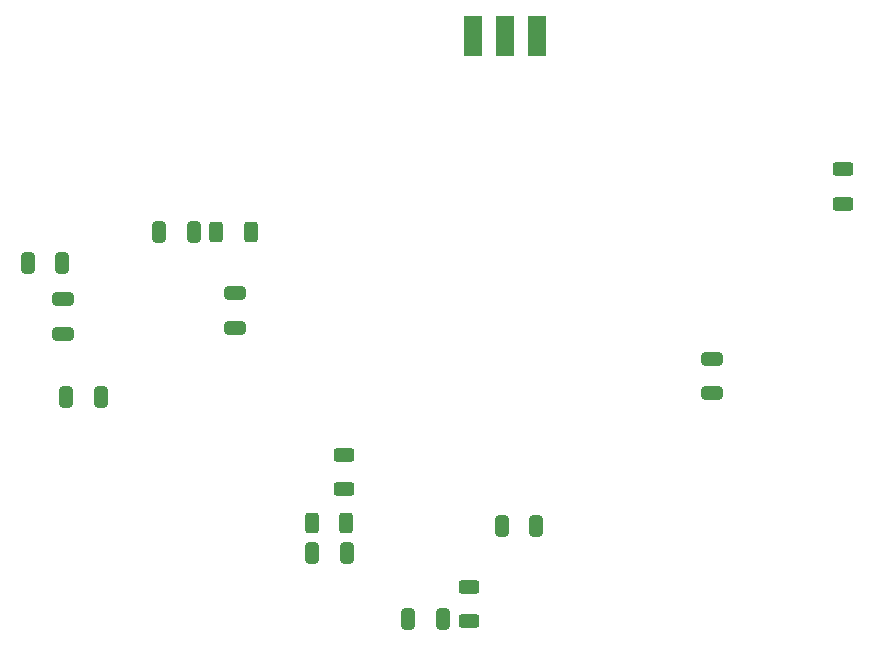
<source format=gbr>
%TF.GenerationSoftware,KiCad,Pcbnew,(6.0.7)*%
%TF.CreationDate,2024-07-22T14:21:26-04:00*%
%TF.ProjectId,DCR v2,44435220-7632-42e6-9b69-6361645f7063,rev?*%
%TF.SameCoordinates,Original*%
%TF.FileFunction,Paste,Top*%
%TF.FilePolarity,Positive*%
%FSLAX46Y46*%
G04 Gerber Fmt 4.6, Leading zero omitted, Abs format (unit mm)*
G04 Created by KiCad (PCBNEW (6.0.7)) date 2024-07-22 14:21:26*
%MOMM*%
%LPD*%
G01*
G04 APERTURE LIST*
G04 Aperture macros list*
%AMRoundRect*
0 Rectangle with rounded corners*
0 $1 Rounding radius*
0 $2 $3 $4 $5 $6 $7 $8 $9 X,Y pos of 4 corners*
0 Add a 4 corners polygon primitive as box body*
4,1,4,$2,$3,$4,$5,$6,$7,$8,$9,$2,$3,0*
0 Add four circle primitives for the rounded corners*
1,1,$1+$1,$2,$3*
1,1,$1+$1,$4,$5*
1,1,$1+$1,$6,$7*
1,1,$1+$1,$8,$9*
0 Add four rect primitives between the rounded corners*
20,1,$1+$1,$2,$3,$4,$5,0*
20,1,$1+$1,$4,$5,$6,$7,0*
20,1,$1+$1,$6,$7,$8,$9,0*
20,1,$1+$1,$8,$9,$2,$3,0*%
G04 Aperture macros list end*
%ADD10RoundRect,0.250000X-0.325000X-0.650000X0.325000X-0.650000X0.325000X0.650000X-0.325000X0.650000X0*%
%ADD11RoundRect,0.250000X-0.625000X0.312500X-0.625000X-0.312500X0.625000X-0.312500X0.625000X0.312500X0*%
%ADD12RoundRect,0.250000X-0.650000X0.325000X-0.650000X-0.325000X0.650000X-0.325000X0.650000X0.325000X0*%
%ADD13RoundRect,0.250000X0.625000X-0.312500X0.625000X0.312500X-0.625000X0.312500X-0.625000X-0.312500X0*%
%ADD14RoundRect,0.250000X0.325000X0.650000X-0.325000X0.650000X-0.325000X-0.650000X0.325000X-0.650000X0*%
%ADD15RoundRect,0.250000X0.650000X-0.325000X0.650000X0.325000X-0.650000X0.325000X-0.650000X-0.325000X0*%
%ADD16RoundRect,0.250000X-0.312500X-0.625000X0.312500X-0.625000X0.312500X0.625000X-0.312500X0.625000X0*%
%ADD17R,1.500000X3.500000*%
%ADD18RoundRect,0.250000X0.312500X0.625000X-0.312500X0.625000X-0.312500X-0.625000X0.312500X-0.625000X0*%
G04 APERTURE END LIST*
D10*
%TO.C,C8*%
X119060700Y-72936100D03*
X122010700Y-72936100D03*
%TD*%
D11*
%TO.C,R7*%
X145859151Y-89142000D03*
X145859151Y-92067000D03*
%TD*%
D12*
%TO.C,C2*%
X122018900Y-75941500D03*
X122018900Y-78891500D03*
%TD*%
D13*
%TO.C,R8*%
X156390500Y-103243000D03*
X156390500Y-100318000D03*
%TD*%
D12*
%TO.C,C6*%
X136652000Y-75487000D03*
X136652000Y-78437000D03*
%TD*%
D14*
%TO.C,C4*%
X146113151Y-97462500D03*
X143163151Y-97462500D03*
%TD*%
%TO.C,C5*%
X133158400Y-70304500D03*
X130208400Y-70304500D03*
%TD*%
D15*
%TO.C,C10*%
X177038000Y-83947000D03*
X177038000Y-80997000D03*
%TD*%
D16*
%TO.C,R1*%
X143126651Y-94922500D03*
X146051651Y-94922500D03*
%TD*%
D17*
%TO.C,J3*%
X159448500Y-53685000D03*
X162148500Y-53685000D03*
X156748500Y-53685000D03*
%TD*%
D14*
%TO.C,C14*%
X154192151Y-103050500D03*
X151242151Y-103050500D03*
%TD*%
D10*
%TO.C,C13*%
X159194500Y-95186500D03*
X162144500Y-95186500D03*
%TD*%
D14*
%TO.C,C1*%
X125261900Y-84264500D03*
X122311900Y-84264500D03*
%TD*%
D13*
%TO.C,R6*%
X188063500Y-67917500D03*
X188063500Y-64992500D03*
%TD*%
D18*
%TO.C,R2*%
X137959400Y-70304500D03*
X135034400Y-70304500D03*
%TD*%
M02*

</source>
